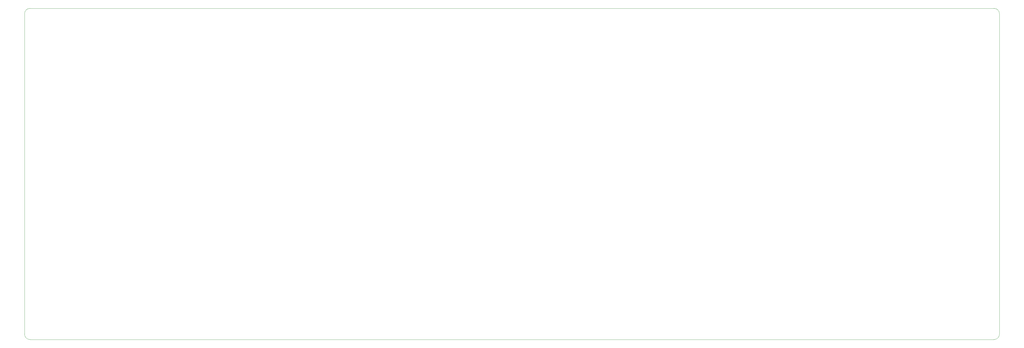
<source format=gm1>
%TF.GenerationSoftware,KiCad,Pcbnew,(5.1.12)-1*%
%TF.CreationDate,2021-12-08T00:32:09-08:00*%
%TF.ProjectId,PyKey87-bottom,50794b65-7938-4372-9d62-6f74746f6d2e,rev?*%
%TF.SameCoordinates,Original*%
%TF.FileFunction,Profile,NP*%
%FSLAX46Y46*%
G04 Gerber Fmt 4.6, Leading zero omitted, Abs format (unit mm)*
G04 Created by KiCad (PCBNEW (5.1.12)-1) date 2021-12-08 00:32:09*
%MOMM*%
%LPD*%
G01*
G04 APERTURE LIST*
%TA.AperFunction,Profile*%
%ADD10C,0.099060*%
%TD*%
G04 APERTURE END LIST*
D10*
X59000000Y-158000000D02*
G75*
G03*
X61000000Y-160000000I2000000J0D01*
G01*
X61000000Y-40000000D02*
G75*
G03*
X59000000Y-42000000I0J-2000000D01*
G01*
X412000000Y-42000000D02*
G75*
G03*
X410000000Y-40000000I-2000000J0D01*
G01*
X410000000Y-160000000D02*
G75*
G03*
X412000000Y-158000000I0J2000000D01*
G01*
X412000000Y-42000000D02*
X412000000Y-158000000D01*
X61000000Y-160000000D02*
X410000000Y-160000000D01*
X59000000Y-42000000D02*
X59000000Y-158000000D01*
X61000000Y-40000000D02*
X410000000Y-40000000D01*
M02*

</source>
